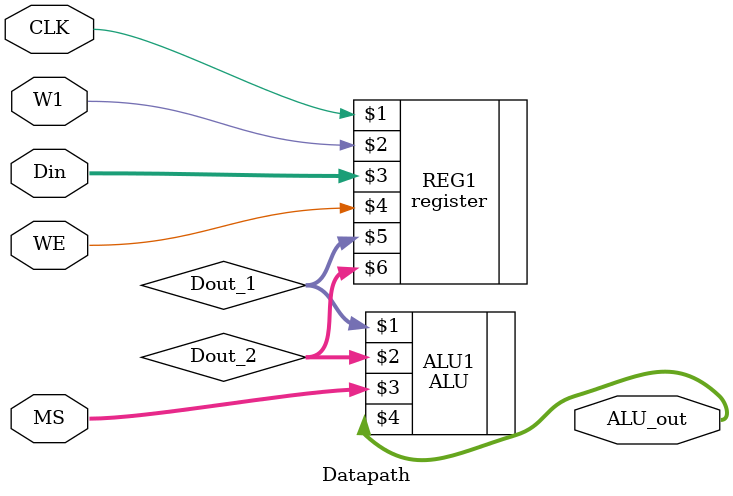
<source format=sv>
`timescale 1ns / 1ps


module Datapath(CLK, Din, WE, W1, MS, ALU_out

    );
    parameter size_data = 16;
    
    input CLK;
    input WE; //write enable
    input W1; // location for read-in data
    //input[2:0] num_R1, num_R2;
    input[2:0] MS;
    input[size_data - 1:0] Din;
    output [size_data - 1:0] ALU_out;
    wire[size_data - 1:0] Dout_1, Dout_2;
    
    register REG1(CLK, W1, Din, WE, Dout_1, Dout_2);
    ALU ALU1(Dout_1, Dout_2, MS, ALU_out);
    
    
endmodule

</source>
